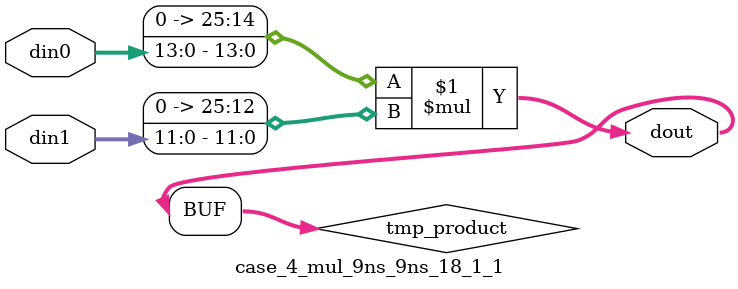
<source format=v>

`timescale 1 ns / 1 ps

 (* use_dsp = "no" *)  module case_4_mul_9ns_9ns_18_1_1(din0, din1, dout);
parameter ID = 1;
parameter NUM_STAGE = 0;
parameter din0_WIDTH = 14;
parameter din1_WIDTH = 12;
parameter dout_WIDTH = 26;

input [din0_WIDTH - 1 : 0] din0; 
input [din1_WIDTH - 1 : 0] din1; 
output [dout_WIDTH - 1 : 0] dout;

wire signed [dout_WIDTH - 1 : 0] tmp_product;
























assign tmp_product = $signed({1'b0, din0}) * $signed({1'b0, din1});











assign dout = tmp_product;





















endmodule

</source>
